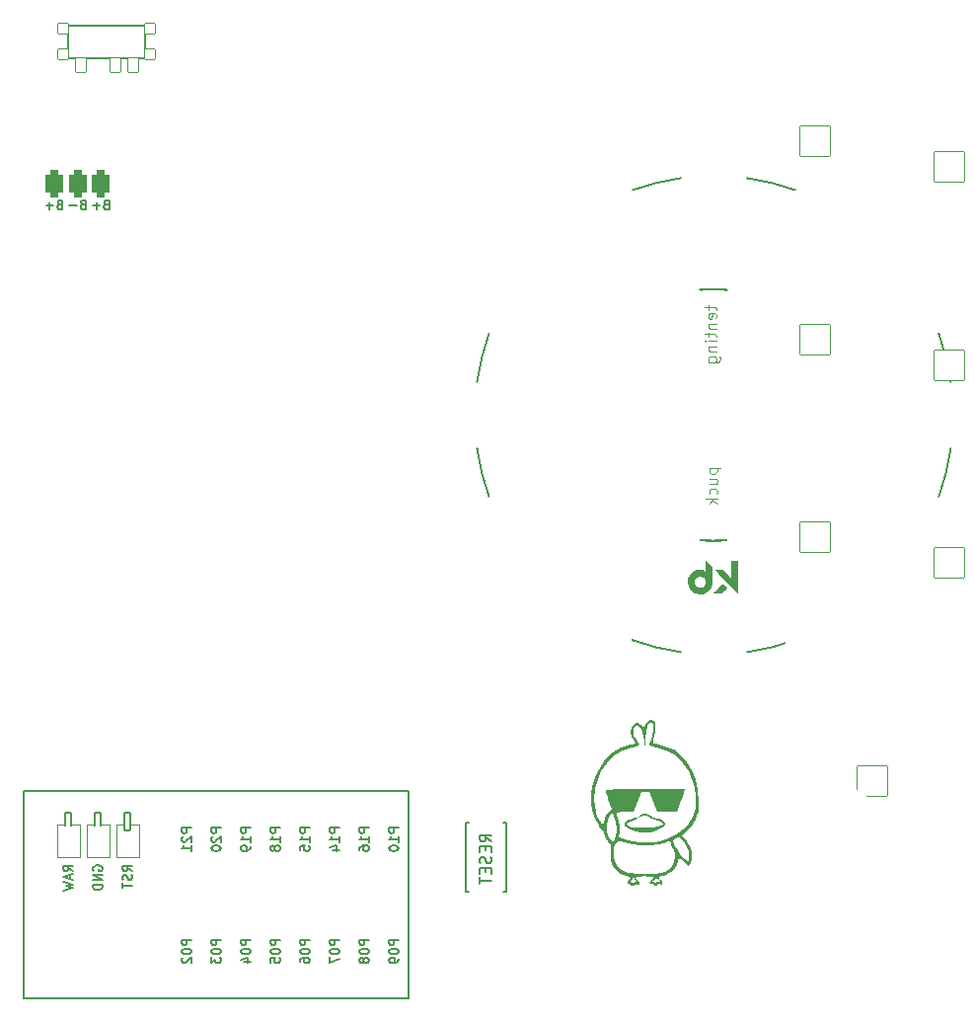
<source format=gbo>
%TF.GenerationSoftware,KiCad,Pcbnew,(6.0.4)*%
%TF.CreationDate,2022-07-08T06:12:20+02:00*%
%TF.ProjectId,battoota,62617474-6f6f-4746-912e-6b696361645f,v1.0.0*%
%TF.SameCoordinates,Original*%
%TF.FileFunction,Legend,Bot*%
%TF.FilePolarity,Positive*%
%FSLAX46Y46*%
G04 Gerber Fmt 4.6, Leading zero omitted, Abs format (unit mm)*
G04 Created by KiCad (PCBNEW (6.0.4)) date 2022-07-08 06:12:20*
%MOMM*%
%LPD*%
G01*
G04 APERTURE LIST*
G04 Aperture macros list*
%AMRoundRect*
0 Rectangle with rounded corners*
0 $1 Rounding radius*
0 $2 $3 $4 $5 $6 $7 $8 $9 X,Y pos of 4 corners*
0 Add a 4 corners polygon primitive as box body*
4,1,4,$2,$3,$4,$5,$6,$7,$8,$9,$2,$3,0*
0 Add four circle primitives for the rounded corners*
1,1,$1+$1,$2,$3*
1,1,$1+$1,$4,$5*
1,1,$1+$1,$6,$7*
1,1,$1+$1,$8,$9*
0 Add four rect primitives between the rounded corners*
20,1,$1+$1,$2,$3,$4,$5,0*
20,1,$1+$1,$4,$5,$6,$7,0*
20,1,$1+$1,$6,$7,$8,$9,0*
20,1,$1+$1,$8,$9,$2,$3,0*%
%AMFreePoly0*
4,1,16,0.535355,0.785355,0.541603,0.777735,1.041603,0.027735,1.049029,-0.009806,1.041603,-0.027735,0.541603,-0.777735,0.509806,-0.799029,0.500000,-0.800000,-0.500000,-0.800000,-0.535355,-0.785355,-0.550000,-0.750000,-0.550000,0.750000,-0.535355,0.785355,-0.500000,0.800000,0.500000,0.800000,0.535355,0.785355,0.535355,0.785355,$1*%
%AMFreePoly1*
4,1,16,0.535355,0.785355,0.550000,0.750000,0.550000,-0.750000,0.535355,-0.785355,0.500000,-0.800000,-0.650000,-0.800000,-0.685355,-0.785355,-0.700000,-0.750000,-0.691603,-0.722265,-0.210093,0.000000,-0.691603,0.722265,-0.699029,0.759806,-0.677735,0.791603,-0.650000,0.800000,0.500000,0.800000,0.535355,0.785355,0.535355,0.785355,$1*%
G04 Aperture macros list end*
%ADD10C,0.150000*%
%ADD11C,0.100000*%
%ADD12C,0.120000*%
%ADD13C,0.200000*%
%ADD14C,0.010000*%
%ADD15RoundRect,0.375000X-0.375000X-0.750000X0.375000X-0.750000X0.375000X0.750000X-0.375000X0.750000X0*%
%ADD16C,1.752600*%
%ADD17C,5.100000*%
%ADD18C,2.100000*%
%ADD19C,1.801800*%
%ADD20C,3.100000*%
%ADD21C,3.529000*%
%ADD22RoundRect,0.050000X-1.054507X-1.505993X1.505993X-1.054507X1.054507X1.505993X-1.505993X1.054507X0*%
%ADD23C,2.132000*%
%ADD24RoundRect,0.050000X-1.181751X-1.408356X1.408356X-1.181751X1.181751X1.408356X-1.408356X1.181751X0*%
%ADD25RoundRect,0.050000X-1.300000X-1.300000X1.300000X-1.300000X1.300000X1.300000X-1.300000X1.300000X0*%
%ADD26RoundRect,0.050000X-0.450000X-0.450000X0.450000X-0.450000X0.450000X0.450000X-0.450000X0.450000X0*%
%ADD27C,1.100000*%
%ADD28RoundRect,0.050000X-0.450000X-0.625000X0.450000X-0.625000X0.450000X0.625000X-0.450000X0.625000X0*%
%ADD29RoundRect,0.425000X-0.375000X-0.750000X0.375000X-0.750000X0.375000X0.750000X-0.375000X0.750000X0*%
%ADD30RoundRect,0.050000X-0.863113X-1.623279X1.623279X-0.863113X0.863113X1.623279X-1.623279X0.863113X0*%
%ADD31C,1.852600*%
%ADD32FreePoly0,90.000000*%
%ADD33RoundRect,0.050000X-0.250000X-0.762000X0.250000X-0.762000X0.250000X0.762000X-0.250000X0.762000X0*%
%ADD34FreePoly1,90.000000*%
%ADD35C,4.500000*%
G04 APERTURE END LIST*
D10*
%TO.C,B1*%
X84381171Y50956634D02*
X83904981Y51289968D01*
X84381171Y51528063D02*
X83381171Y51528063D01*
X83381171Y51147111D01*
X83428791Y51051873D01*
X83476410Y51004254D01*
X83571648Y50956634D01*
X83714505Y50956634D01*
X83809743Y51004254D01*
X83857362Y51051873D01*
X83904981Y51147111D01*
X83904981Y51528063D01*
X83857362Y50528063D02*
X83857362Y50194730D01*
X84381171Y50051873D02*
X84381171Y50528063D01*
X83381171Y50528063D01*
X83381171Y50051873D01*
X84333552Y49670920D02*
X84381171Y49528063D01*
X84381171Y49289968D01*
X84333552Y49194730D01*
X84285933Y49147111D01*
X84190695Y49099492D01*
X84095457Y49099492D01*
X84000219Y49147111D01*
X83952600Y49194730D01*
X83904981Y49289968D01*
X83857362Y49480444D01*
X83809743Y49575682D01*
X83762124Y49623301D01*
X83666886Y49670920D01*
X83571648Y49670920D01*
X83476410Y49623301D01*
X83428791Y49575682D01*
X83381171Y49480444D01*
X83381171Y49242349D01*
X83428791Y49099492D01*
X83857362Y48670920D02*
X83857362Y48337587D01*
X84381171Y48194730D02*
X84381171Y48670920D01*
X83381171Y48670920D01*
X83381171Y48194730D01*
X83381171Y47909015D02*
X83381171Y47337587D01*
X84381171Y47623301D02*
X83381171Y47623301D01*
%TO.C,PAD1*%
X51346886Y105598396D02*
X51232600Y105560301D01*
X51194505Y105522206D01*
X51156410Y105446015D01*
X51156410Y105331730D01*
X51194505Y105255539D01*
X51232600Y105217444D01*
X51308791Y105179349D01*
X51613552Y105179349D01*
X51613552Y105979349D01*
X51346886Y105979349D01*
X51270695Y105941254D01*
X51232600Y105903158D01*
X51194505Y105826968D01*
X51194505Y105750777D01*
X51232600Y105674587D01*
X51270695Y105636492D01*
X51346886Y105598396D01*
X51613552Y105598396D01*
X50813552Y105484111D02*
X50204029Y105484111D01*
X50508791Y105179349D02*
X50508791Y105788873D01*
X47346886Y105598396D02*
X47232600Y105560301D01*
X47194505Y105522206D01*
X47156410Y105446015D01*
X47156410Y105331730D01*
X47194505Y105255539D01*
X47232600Y105217444D01*
X47308791Y105179349D01*
X47613552Y105179349D01*
X47613552Y105979349D01*
X47346886Y105979349D01*
X47270695Y105941254D01*
X47232600Y105903158D01*
X47194505Y105826968D01*
X47194505Y105750777D01*
X47232600Y105674587D01*
X47270695Y105636492D01*
X47346886Y105598396D01*
X47613552Y105598396D01*
X46813552Y105484111D02*
X46204029Y105484111D01*
X46508791Y105179349D02*
X46508791Y105788873D01*
X49346886Y105598396D02*
X49232600Y105560301D01*
X49194505Y105522206D01*
X49156410Y105446015D01*
X49156410Y105331730D01*
X49194505Y105255539D01*
X49232600Y105217444D01*
X49308791Y105179349D01*
X49613552Y105179349D01*
X49613552Y105979349D01*
X49346886Y105979349D01*
X49270695Y105941254D01*
X49232600Y105903158D01*
X49194505Y105826968D01*
X49194505Y105750777D01*
X49232600Y105674587D01*
X49270695Y105636492D01*
X49346886Y105598396D01*
X49613552Y105598396D01*
X48813552Y105484111D02*
X48204029Y105484111D01*
%TO.C,MCU1*%
X68796695Y42552682D02*
X67996695Y42552682D01*
X67996695Y42247920D01*
X68034791Y42171730D01*
X68072886Y42133634D01*
X68149076Y42095539D01*
X68263362Y42095539D01*
X68339552Y42133634D01*
X68377648Y42171730D01*
X68415743Y42247920D01*
X68415743Y42552682D01*
X67996695Y41600301D02*
X67996695Y41524111D01*
X68034791Y41447920D01*
X68072886Y41409825D01*
X68149076Y41371730D01*
X68301457Y41333634D01*
X68491933Y41333634D01*
X68644314Y41371730D01*
X68720505Y41409825D01*
X68758600Y41447920D01*
X68796695Y41524111D01*
X68796695Y41600301D01*
X68758600Y41676492D01*
X68720505Y41714587D01*
X68644314Y41752682D01*
X68491933Y41790777D01*
X68301457Y41790777D01*
X68149076Y41752682D01*
X68072886Y41714587D01*
X68034791Y41676492D01*
X67996695Y41600301D01*
X67996695Y40647920D02*
X67996695Y40800301D01*
X68034791Y40876492D01*
X68072886Y40914587D01*
X68187171Y40990777D01*
X68339552Y41028873D01*
X68644314Y41028873D01*
X68720505Y40990777D01*
X68758600Y40952682D01*
X68796695Y40876492D01*
X68796695Y40724111D01*
X68758600Y40647920D01*
X68720505Y40609825D01*
X68644314Y40571730D01*
X68453838Y40571730D01*
X68377648Y40609825D01*
X68339552Y40647920D01*
X68301457Y40724111D01*
X68301457Y40876492D01*
X68339552Y40952682D01*
X68377648Y40990777D01*
X68453838Y41028873D01*
X68796695Y52152682D02*
X67996695Y52152682D01*
X67996695Y51847920D01*
X68034791Y51771730D01*
X68072886Y51733634D01*
X68149076Y51695539D01*
X68263362Y51695539D01*
X68339552Y51733634D01*
X68377648Y51771730D01*
X68415743Y51847920D01*
X68415743Y52152682D01*
X68796695Y50933634D02*
X68796695Y51390777D01*
X68796695Y51162206D02*
X67996695Y51162206D01*
X68110981Y51238396D01*
X68187171Y51314587D01*
X68225267Y51390777D01*
X67996695Y50209825D02*
X67996695Y50590777D01*
X68377648Y50628873D01*
X68339552Y50590777D01*
X68301457Y50514587D01*
X68301457Y50324111D01*
X68339552Y50247920D01*
X68377648Y50209825D01*
X68453838Y50171730D01*
X68644314Y50171730D01*
X68720505Y50209825D01*
X68758600Y50247920D01*
X68796695Y50324111D01*
X68796695Y50514587D01*
X68758600Y50590777D01*
X68720505Y50628873D01*
X66256695Y42552682D02*
X65456695Y42552682D01*
X65456695Y42247920D01*
X65494791Y42171730D01*
X65532886Y42133634D01*
X65609076Y42095539D01*
X65723362Y42095539D01*
X65799552Y42133634D01*
X65837648Y42171730D01*
X65875743Y42247920D01*
X65875743Y42552682D01*
X65456695Y41600301D02*
X65456695Y41524111D01*
X65494791Y41447920D01*
X65532886Y41409825D01*
X65609076Y41371730D01*
X65761457Y41333634D01*
X65951933Y41333634D01*
X66104314Y41371730D01*
X66180505Y41409825D01*
X66218600Y41447920D01*
X66256695Y41524111D01*
X66256695Y41600301D01*
X66218600Y41676492D01*
X66180505Y41714587D01*
X66104314Y41752682D01*
X65951933Y41790777D01*
X65761457Y41790777D01*
X65609076Y41752682D01*
X65532886Y41714587D01*
X65494791Y41676492D01*
X65456695Y41600301D01*
X65456695Y40609825D02*
X65456695Y40990777D01*
X65837648Y41028873D01*
X65799552Y40990777D01*
X65761457Y40914587D01*
X65761457Y40724111D01*
X65799552Y40647920D01*
X65837648Y40609825D01*
X65913838Y40571730D01*
X66104314Y40571730D01*
X66180505Y40609825D01*
X66218600Y40647920D01*
X66256695Y40724111D01*
X66256695Y40914587D01*
X66218600Y40990777D01*
X66180505Y41028873D01*
X63716695Y42552682D02*
X62916695Y42552682D01*
X62916695Y42247920D01*
X62954791Y42171730D01*
X62992886Y42133634D01*
X63069076Y42095539D01*
X63183362Y42095539D01*
X63259552Y42133634D01*
X63297648Y42171730D01*
X63335743Y42247920D01*
X63335743Y42552682D01*
X62916695Y41600301D02*
X62916695Y41524111D01*
X62954791Y41447920D01*
X62992886Y41409825D01*
X63069076Y41371730D01*
X63221457Y41333634D01*
X63411933Y41333634D01*
X63564314Y41371730D01*
X63640505Y41409825D01*
X63678600Y41447920D01*
X63716695Y41524111D01*
X63716695Y41600301D01*
X63678600Y41676492D01*
X63640505Y41714587D01*
X63564314Y41752682D01*
X63411933Y41790777D01*
X63221457Y41790777D01*
X63069076Y41752682D01*
X62992886Y41714587D01*
X62954791Y41676492D01*
X62916695Y41600301D01*
X63183362Y40647920D02*
X63716695Y40647920D01*
X62878600Y40838396D02*
X63450029Y41028873D01*
X63450029Y40533634D01*
X50254791Y48490014D02*
X50216695Y48566205D01*
X50216695Y48680491D01*
X50254791Y48794776D01*
X50330981Y48870967D01*
X50407171Y48909062D01*
X50559552Y48947157D01*
X50673838Y48947157D01*
X50826219Y48909062D01*
X50902410Y48870967D01*
X50978600Y48794776D01*
X51016695Y48680491D01*
X51016695Y48604300D01*
X50978600Y48490014D01*
X50940505Y48451919D01*
X50673838Y48451919D01*
X50673838Y48604300D01*
X51016695Y48109062D02*
X50216695Y48109062D01*
X51016695Y47651919D01*
X50216695Y47651919D01*
X51016695Y47270967D02*
X50216695Y47270967D01*
X50216695Y47080491D01*
X50254791Y46966205D01*
X50330981Y46890014D01*
X50407171Y46851919D01*
X50559552Y46813824D01*
X50673838Y46813824D01*
X50826219Y46851919D01*
X50902410Y46890014D01*
X50978600Y46966205D01*
X51016695Y47080491D01*
X51016695Y47270967D01*
X63716695Y52152682D02*
X62916695Y52152682D01*
X62916695Y51847920D01*
X62954791Y51771730D01*
X62992886Y51733634D01*
X63069076Y51695539D01*
X63183362Y51695539D01*
X63259552Y51733634D01*
X63297648Y51771730D01*
X63335743Y51847920D01*
X63335743Y52152682D01*
X63716695Y50933634D02*
X63716695Y51390777D01*
X63716695Y51162206D02*
X62916695Y51162206D01*
X63030981Y51238396D01*
X63107171Y51314587D01*
X63145267Y51390777D01*
X63716695Y50552682D02*
X63716695Y50400301D01*
X63678600Y50324111D01*
X63640505Y50286015D01*
X63526219Y50209825D01*
X63373838Y50171730D01*
X63069076Y50171730D01*
X62992886Y50209825D01*
X62954791Y50247920D01*
X62916695Y50324111D01*
X62916695Y50476492D01*
X62954791Y50552682D01*
X62992886Y50590777D01*
X63069076Y50628873D01*
X63259552Y50628873D01*
X63335743Y50590777D01*
X63373838Y50552682D01*
X63411933Y50476492D01*
X63411933Y50324111D01*
X63373838Y50247920D01*
X63335743Y50209825D01*
X63259552Y50171730D01*
X71336695Y42552682D02*
X70536695Y42552682D01*
X70536695Y42247920D01*
X70574791Y42171730D01*
X70612886Y42133634D01*
X70689076Y42095539D01*
X70803362Y42095539D01*
X70879552Y42133634D01*
X70917648Y42171730D01*
X70955743Y42247920D01*
X70955743Y42552682D01*
X70536695Y41600301D02*
X70536695Y41524111D01*
X70574791Y41447920D01*
X70612886Y41409825D01*
X70689076Y41371730D01*
X70841457Y41333634D01*
X71031933Y41333634D01*
X71184314Y41371730D01*
X71260505Y41409825D01*
X71298600Y41447920D01*
X71336695Y41524111D01*
X71336695Y41600301D01*
X71298600Y41676492D01*
X71260505Y41714587D01*
X71184314Y41752682D01*
X71031933Y41790777D01*
X70841457Y41790777D01*
X70689076Y41752682D01*
X70612886Y41714587D01*
X70574791Y41676492D01*
X70536695Y41600301D01*
X70536695Y41066968D02*
X70536695Y40533634D01*
X71336695Y40876492D01*
X61176695Y42552682D02*
X60376695Y42552682D01*
X60376695Y42247920D01*
X60414791Y42171730D01*
X60452886Y42133634D01*
X60529076Y42095539D01*
X60643362Y42095539D01*
X60719552Y42133634D01*
X60757648Y42171730D01*
X60795743Y42247920D01*
X60795743Y42552682D01*
X60376695Y41600301D02*
X60376695Y41524111D01*
X60414791Y41447920D01*
X60452886Y41409825D01*
X60529076Y41371730D01*
X60681457Y41333634D01*
X60871933Y41333634D01*
X61024314Y41371730D01*
X61100505Y41409825D01*
X61138600Y41447920D01*
X61176695Y41524111D01*
X61176695Y41600301D01*
X61138600Y41676492D01*
X61100505Y41714587D01*
X61024314Y41752682D01*
X60871933Y41790777D01*
X60681457Y41790777D01*
X60529076Y41752682D01*
X60452886Y41714587D01*
X60414791Y41676492D01*
X60376695Y41600301D01*
X60376695Y41066968D02*
X60376695Y40571730D01*
X60681457Y40838396D01*
X60681457Y40724111D01*
X60719552Y40647920D01*
X60757648Y40609825D01*
X60833838Y40571730D01*
X61024314Y40571730D01*
X61100505Y40609825D01*
X61138600Y40647920D01*
X61176695Y40724111D01*
X61176695Y40952682D01*
X61138600Y41028873D01*
X61100505Y41066968D01*
X76416695Y52152682D02*
X75616695Y52152682D01*
X75616695Y51847920D01*
X75654791Y51771730D01*
X75692886Y51733634D01*
X75769076Y51695539D01*
X75883362Y51695539D01*
X75959552Y51733634D01*
X75997648Y51771730D01*
X76035743Y51847920D01*
X76035743Y52152682D01*
X76416695Y50933634D02*
X76416695Y51390777D01*
X76416695Y51162206D02*
X75616695Y51162206D01*
X75730981Y51238396D01*
X75807171Y51314587D01*
X75845267Y51390777D01*
X75616695Y50438396D02*
X75616695Y50362206D01*
X75654791Y50286015D01*
X75692886Y50247920D01*
X75769076Y50209825D01*
X75921457Y50171730D01*
X76111933Y50171730D01*
X76264314Y50209825D01*
X76340505Y50247920D01*
X76378600Y50286015D01*
X76416695Y50362206D01*
X76416695Y50438396D01*
X76378600Y50514587D01*
X76340505Y50552682D01*
X76264314Y50590777D01*
X76111933Y50628873D01*
X75921457Y50628873D01*
X75769076Y50590777D01*
X75692886Y50552682D01*
X75654791Y50514587D01*
X75616695Y50438396D01*
X66256695Y52152682D02*
X65456695Y52152682D01*
X65456695Y51847920D01*
X65494791Y51771730D01*
X65532886Y51733634D01*
X65609076Y51695539D01*
X65723362Y51695539D01*
X65799552Y51733634D01*
X65837648Y51771730D01*
X65875743Y51847920D01*
X65875743Y52152682D01*
X66256695Y50933634D02*
X66256695Y51390777D01*
X66256695Y51162206D02*
X65456695Y51162206D01*
X65570981Y51238396D01*
X65647171Y51314587D01*
X65685267Y51390777D01*
X65799552Y50476492D02*
X65761457Y50552682D01*
X65723362Y50590777D01*
X65647171Y50628873D01*
X65609076Y50628873D01*
X65532886Y50590777D01*
X65494791Y50552682D01*
X65456695Y50476492D01*
X65456695Y50324111D01*
X65494791Y50247920D01*
X65532886Y50209825D01*
X65609076Y50171730D01*
X65647171Y50171730D01*
X65723362Y50209825D01*
X65761457Y50247920D01*
X65799552Y50324111D01*
X65799552Y50476492D01*
X65837648Y50552682D01*
X65875743Y50590777D01*
X65951933Y50628873D01*
X66104314Y50628873D01*
X66180505Y50590777D01*
X66218600Y50552682D01*
X66256695Y50476492D01*
X66256695Y50324111D01*
X66218600Y50247920D01*
X66180505Y50209825D01*
X66104314Y50171730D01*
X65951933Y50171730D01*
X65875743Y50209825D01*
X65837648Y50247920D01*
X65799552Y50324111D01*
X58636695Y42552682D02*
X57836695Y42552682D01*
X57836695Y42247920D01*
X57874791Y42171730D01*
X57912886Y42133634D01*
X57989076Y42095539D01*
X58103362Y42095539D01*
X58179552Y42133634D01*
X58217648Y42171730D01*
X58255743Y42247920D01*
X58255743Y42552682D01*
X57836695Y41600301D02*
X57836695Y41524111D01*
X57874791Y41447920D01*
X57912886Y41409825D01*
X57989076Y41371730D01*
X58141457Y41333634D01*
X58331933Y41333634D01*
X58484314Y41371730D01*
X58560505Y41409825D01*
X58598600Y41447920D01*
X58636695Y41524111D01*
X58636695Y41600301D01*
X58598600Y41676492D01*
X58560505Y41714587D01*
X58484314Y41752682D01*
X58331933Y41790777D01*
X58141457Y41790777D01*
X57989076Y41752682D01*
X57912886Y41714587D01*
X57874791Y41676492D01*
X57836695Y41600301D01*
X57912886Y41028873D02*
X57874791Y40990777D01*
X57836695Y40914587D01*
X57836695Y40724111D01*
X57874791Y40647920D01*
X57912886Y40609825D01*
X57989076Y40571730D01*
X58065267Y40571730D01*
X58179552Y40609825D01*
X58636695Y41066968D01*
X58636695Y40571730D01*
X48476695Y48432871D02*
X48095743Y48699538D01*
X48476695Y48890014D02*
X47676695Y48890014D01*
X47676695Y48585252D01*
X47714791Y48509062D01*
X47752886Y48470967D01*
X47829076Y48432871D01*
X47943362Y48432871D01*
X48019552Y48470967D01*
X48057648Y48509062D01*
X48095743Y48585252D01*
X48095743Y48890014D01*
X48248124Y48128110D02*
X48248124Y47747157D01*
X48476695Y48204300D02*
X47676695Y47937633D01*
X48476695Y47670967D01*
X47676695Y47480491D02*
X48476695Y47290014D01*
X47905267Y47137633D01*
X48476695Y46985252D01*
X47676695Y46794776D01*
X73876695Y52152682D02*
X73076695Y52152682D01*
X73076695Y51847920D01*
X73114791Y51771730D01*
X73152886Y51733634D01*
X73229076Y51695539D01*
X73343362Y51695539D01*
X73419552Y51733634D01*
X73457648Y51771730D01*
X73495743Y51847920D01*
X73495743Y52152682D01*
X73876695Y50933634D02*
X73876695Y51390777D01*
X73876695Y51162206D02*
X73076695Y51162206D01*
X73190981Y51238396D01*
X73267171Y51314587D01*
X73305267Y51390777D01*
X73076695Y50247920D02*
X73076695Y50400301D01*
X73114791Y50476492D01*
X73152886Y50514587D01*
X73267171Y50590777D01*
X73419552Y50628873D01*
X73724314Y50628873D01*
X73800505Y50590777D01*
X73838600Y50552682D01*
X73876695Y50476492D01*
X73876695Y50324111D01*
X73838600Y50247920D01*
X73800505Y50209825D01*
X73724314Y50171730D01*
X73533838Y50171730D01*
X73457648Y50209825D01*
X73419552Y50247920D01*
X73381457Y50324111D01*
X73381457Y50476492D01*
X73419552Y50552682D01*
X73457648Y50590777D01*
X73533838Y50628873D01*
X76416695Y42552682D02*
X75616695Y42552682D01*
X75616695Y42247920D01*
X75654791Y42171730D01*
X75692886Y42133634D01*
X75769076Y42095539D01*
X75883362Y42095539D01*
X75959552Y42133634D01*
X75997648Y42171730D01*
X76035743Y42247920D01*
X76035743Y42552682D01*
X75616695Y41600301D02*
X75616695Y41524111D01*
X75654791Y41447920D01*
X75692886Y41409825D01*
X75769076Y41371730D01*
X75921457Y41333634D01*
X76111933Y41333634D01*
X76264314Y41371730D01*
X76340505Y41409825D01*
X76378600Y41447920D01*
X76416695Y41524111D01*
X76416695Y41600301D01*
X76378600Y41676492D01*
X76340505Y41714587D01*
X76264314Y41752682D01*
X76111933Y41790777D01*
X75921457Y41790777D01*
X75769076Y41752682D01*
X75692886Y41714587D01*
X75654791Y41676492D01*
X75616695Y41600301D01*
X76416695Y40952682D02*
X76416695Y40800301D01*
X76378600Y40724111D01*
X76340505Y40686015D01*
X76226219Y40609825D01*
X76073838Y40571730D01*
X75769076Y40571730D01*
X75692886Y40609825D01*
X75654791Y40647920D01*
X75616695Y40724111D01*
X75616695Y40876492D01*
X75654791Y40952682D01*
X75692886Y40990777D01*
X75769076Y41028873D01*
X75959552Y41028873D01*
X76035743Y40990777D01*
X76073838Y40952682D01*
X76111933Y40876492D01*
X76111933Y40724111D01*
X76073838Y40647920D01*
X76035743Y40609825D01*
X75959552Y40571730D01*
X53556695Y48432872D02*
X53175743Y48699538D01*
X53556695Y48890015D02*
X52756695Y48890015D01*
X52756695Y48585253D01*
X52794791Y48509062D01*
X52832886Y48470967D01*
X52909076Y48432872D01*
X53023362Y48432872D01*
X53099552Y48470967D01*
X53137648Y48509062D01*
X53175743Y48585253D01*
X53175743Y48890015D01*
X53518600Y48128110D02*
X53556695Y48013824D01*
X53556695Y47823348D01*
X53518600Y47747157D01*
X53480505Y47709062D01*
X53404314Y47670967D01*
X53328124Y47670967D01*
X53251933Y47709062D01*
X53213838Y47747157D01*
X53175743Y47823348D01*
X53137648Y47975729D01*
X53099552Y48051919D01*
X53061457Y48090015D01*
X52985267Y48128110D01*
X52909076Y48128110D01*
X52832886Y48090015D01*
X52794791Y48051919D01*
X52756695Y47975729D01*
X52756695Y47785253D01*
X52794791Y47670967D01*
X52756695Y47442396D02*
X52756695Y46985253D01*
X53556695Y47213824D02*
X52756695Y47213824D01*
X61176695Y52152682D02*
X60376695Y52152682D01*
X60376695Y51847920D01*
X60414791Y51771730D01*
X60452886Y51733634D01*
X60529076Y51695539D01*
X60643362Y51695539D01*
X60719552Y51733634D01*
X60757648Y51771730D01*
X60795743Y51847920D01*
X60795743Y52152682D01*
X60452886Y51390777D02*
X60414791Y51352682D01*
X60376695Y51276492D01*
X60376695Y51086015D01*
X60414791Y51009825D01*
X60452886Y50971730D01*
X60529076Y50933634D01*
X60605267Y50933634D01*
X60719552Y50971730D01*
X61176695Y51428873D01*
X61176695Y50933634D01*
X60376695Y50438396D02*
X60376695Y50362206D01*
X60414791Y50286015D01*
X60452886Y50247920D01*
X60529076Y50209825D01*
X60681457Y50171730D01*
X60871933Y50171730D01*
X61024314Y50209825D01*
X61100505Y50247920D01*
X61138600Y50286015D01*
X61176695Y50362206D01*
X61176695Y50438396D01*
X61138600Y50514587D01*
X61100505Y50552682D01*
X61024314Y50590777D01*
X60871933Y50628873D01*
X60681457Y50628873D01*
X60529076Y50590777D01*
X60452886Y50552682D01*
X60414791Y50514587D01*
X60376695Y50438396D01*
X71336695Y52152682D02*
X70536695Y52152682D01*
X70536695Y51847920D01*
X70574791Y51771730D01*
X70612886Y51733634D01*
X70689076Y51695539D01*
X70803362Y51695539D01*
X70879552Y51733634D01*
X70917648Y51771730D01*
X70955743Y51847920D01*
X70955743Y52152682D01*
X71336695Y50933634D02*
X71336695Y51390777D01*
X71336695Y51162206D02*
X70536695Y51162206D01*
X70650981Y51238396D01*
X70727171Y51314587D01*
X70765267Y51390777D01*
X70803362Y50247920D02*
X71336695Y50247920D01*
X70498600Y50438396D02*
X71070029Y50628873D01*
X71070029Y50133634D01*
X58636695Y52152682D02*
X57836695Y52152682D01*
X57836695Y51847920D01*
X57874791Y51771730D01*
X57912886Y51733634D01*
X57989076Y51695539D01*
X58103362Y51695539D01*
X58179552Y51733634D01*
X58217648Y51771730D01*
X58255743Y51847920D01*
X58255743Y52152682D01*
X57912886Y51390777D02*
X57874791Y51352682D01*
X57836695Y51276492D01*
X57836695Y51086015D01*
X57874791Y51009825D01*
X57912886Y50971730D01*
X57989076Y50933634D01*
X58065267Y50933634D01*
X58179552Y50971730D01*
X58636695Y51428873D01*
X58636695Y50933634D01*
X58636695Y50171730D02*
X58636695Y50628873D01*
X58636695Y50400301D02*
X57836695Y50400301D01*
X57950981Y50476492D01*
X58027171Y50552682D01*
X58065267Y50628873D01*
X73876695Y42552682D02*
X73076695Y42552682D01*
X73076695Y42247920D01*
X73114791Y42171730D01*
X73152886Y42133634D01*
X73229076Y42095539D01*
X73343362Y42095539D01*
X73419552Y42133634D01*
X73457648Y42171730D01*
X73495743Y42247920D01*
X73495743Y42552682D01*
X73076695Y41600301D02*
X73076695Y41524111D01*
X73114791Y41447920D01*
X73152886Y41409825D01*
X73229076Y41371730D01*
X73381457Y41333634D01*
X73571933Y41333634D01*
X73724314Y41371730D01*
X73800505Y41409825D01*
X73838600Y41447920D01*
X73876695Y41524111D01*
X73876695Y41600301D01*
X73838600Y41676492D01*
X73800505Y41714587D01*
X73724314Y41752682D01*
X73571933Y41790777D01*
X73381457Y41790777D01*
X73229076Y41752682D01*
X73152886Y41714587D01*
X73114791Y41676492D01*
X73076695Y41600301D01*
X73419552Y40876492D02*
X73381457Y40952682D01*
X73343362Y40990777D01*
X73267171Y41028873D01*
X73229076Y41028873D01*
X73152886Y40990777D01*
X73114791Y40952682D01*
X73076695Y40876492D01*
X73076695Y40724111D01*
X73114791Y40647920D01*
X73152886Y40609825D01*
X73229076Y40571730D01*
X73267171Y40571730D01*
X73343362Y40609825D01*
X73381457Y40647920D01*
X73419552Y40724111D01*
X73419552Y40876492D01*
X73457648Y40952682D01*
X73495743Y40990777D01*
X73571933Y41028873D01*
X73724314Y41028873D01*
X73800505Y40990777D01*
X73838600Y40952682D01*
X73876695Y40876492D01*
X73876695Y40724111D01*
X73838600Y40647920D01*
X73800505Y40609825D01*
X73724314Y40571730D01*
X73571933Y40571730D01*
X73495743Y40609825D01*
X73457648Y40647920D01*
X73419552Y40724111D01*
D11*
%TO.C,REF\u002A\u002A*%
X103018505Y96950754D02*
X103018505Y96569801D01*
X102685171Y96807896D02*
X103542314Y96807896D01*
X103637552Y96760277D01*
X103685171Y96665039D01*
X103685171Y96569801D01*
X103637552Y95855515D02*
X103685171Y95950754D01*
X103685171Y96141230D01*
X103637552Y96236468D01*
X103542314Y96284087D01*
X103161362Y96284087D01*
X103066124Y96236468D01*
X103018505Y96141230D01*
X103018505Y95950754D01*
X103066124Y95855515D01*
X103161362Y95807896D01*
X103256600Y95807896D01*
X103351838Y96284087D01*
X103018505Y95379325D02*
X103685171Y95379325D01*
X103113743Y95379325D02*
X103066124Y95331706D01*
X103018505Y95236468D01*
X103018505Y95093611D01*
X103066124Y94998373D01*
X103161362Y94950754D01*
X103685171Y94950754D01*
X103018505Y94617420D02*
X103018505Y94236468D01*
X102685171Y94474563D02*
X103542314Y94474563D01*
X103637552Y94426944D01*
X103685171Y94331706D01*
X103685171Y94236468D01*
X103685171Y93903134D02*
X103018505Y93903134D01*
X102685171Y93903134D02*
X102732791Y93950754D01*
X102780410Y93903134D01*
X102732791Y93855515D01*
X102685171Y93903134D01*
X102780410Y93903134D01*
X103018505Y93426944D02*
X103685171Y93426944D01*
X103113743Y93426944D02*
X103066124Y93379325D01*
X103018505Y93284087D01*
X103018505Y93141230D01*
X103066124Y93045992D01*
X103161362Y92998373D01*
X103685171Y92998373D01*
X103018505Y92093611D02*
X103828029Y92093611D01*
X103923267Y92141230D01*
X103970886Y92188849D01*
X104018505Y92284087D01*
X104018505Y92426944D01*
X103970886Y92522182D01*
X103637552Y92093611D02*
X103685171Y92188849D01*
X103685171Y92379325D01*
X103637552Y92474563D01*
X103589933Y92522182D01*
X103494695Y92569801D01*
X103208981Y92569801D01*
X103113743Y92522182D01*
X103066124Y92474563D01*
X103018505Y92379325D01*
X103018505Y92188849D01*
X103066124Y92093611D01*
X103082005Y82996754D02*
X104082005Y82996754D01*
X103129624Y82996754D02*
X103082005Y82901515D01*
X103082005Y82711039D01*
X103129624Y82615801D01*
X103177243Y82568182D01*
X103272481Y82520563D01*
X103558195Y82520563D01*
X103653433Y82568182D01*
X103701052Y82615801D01*
X103748671Y82711039D01*
X103748671Y82901515D01*
X103701052Y82996754D01*
X103082005Y81663420D02*
X103748671Y81663420D01*
X103082005Y82091992D02*
X103605814Y82091992D01*
X103701052Y82044373D01*
X103748671Y81949134D01*
X103748671Y81806277D01*
X103701052Y81711039D01*
X103653433Y81663420D01*
X103701052Y80758658D02*
X103748671Y80853896D01*
X103748671Y81044373D01*
X103701052Y81139611D01*
X103653433Y81187230D01*
X103558195Y81234849D01*
X103272481Y81234849D01*
X103177243Y81187230D01*
X103129624Y81139611D01*
X103082005Y81044373D01*
X103082005Y80853896D01*
X103129624Y80758658D01*
X103748671Y80330087D02*
X102748671Y80330087D01*
X103367719Y80234849D02*
X103748671Y79949134D01*
X103082005Y79949134D02*
X103462957Y80330087D01*
D10*
%TO.C,B1*%
X82428791Y46631254D02*
X82178791Y46631254D01*
X85678791Y52631254D02*
X85678791Y46631254D01*
X85428791Y52631254D02*
X85678791Y52631254D01*
X85678791Y46631254D02*
X85428791Y46631254D01*
X82178791Y46631254D02*
X82178791Y52631254D01*
X82178791Y52631254D02*
X82428791Y52631254D01*
%TO.C,T2*%
X53339406Y120958838D02*
X49439406Y120958838D01*
X54689406Y118108838D02*
X54689406Y120958838D01*
X48089406Y120958838D02*
X48089406Y118108838D01*
X48089406Y118108838D02*
X54689406Y118108838D01*
X51389406Y120958838D02*
X48089406Y120958838D01*
X51389406Y120958838D02*
X54689406Y120958838D01*
D12*
%TO.C,MCU1*%
X49114791Y52419777D02*
X48434791Y52419777D01*
X51654791Y49619777D02*
X51654791Y52419777D01*
X50334791Y52419777D02*
X49654791Y52419777D01*
D10*
X77324791Y37491254D02*
X44304791Y37491254D01*
D12*
X49114791Y49619777D02*
X49114791Y52419777D01*
D10*
X44304791Y55271254D02*
X77324791Y55271254D01*
D12*
X47784791Y52419777D02*
X47114791Y52419777D01*
X52859791Y52419777D02*
X52194791Y52419777D01*
D10*
X77324791Y55271254D02*
X77324791Y37491254D01*
D12*
X47114791Y49619777D02*
X49114791Y49619777D01*
X54194791Y49619777D02*
X54194791Y52419777D01*
X54194791Y52419777D02*
X53509791Y52419777D01*
X51654791Y52419777D02*
X50984791Y52419777D01*
X52194791Y49619777D02*
X54194791Y49619777D01*
X47114791Y52419777D02*
X47114791Y49619777D01*
D10*
X44304791Y37491254D02*
X44304791Y55271254D01*
D12*
X52194791Y52419777D02*
X52194791Y49619777D01*
X49654791Y52419777D02*
X49654791Y49619777D01*
X49654791Y49619777D02*
X51654791Y49619777D01*
D13*
%TO.C,REF\u002A\u002A*%
X103486791Y76734253D02*
G75*
G03*
X104615176Y76793390I0J10794901D01*
G01*
X103405255Y98351195D02*
G75*
G03*
X102276870Y98292059I-6J-10794921D01*
G01*
X84200656Y94537298D02*
G75*
G03*
X83166791Y90386754I19286255J-7008074D01*
G01*
X104615176Y98265117D02*
G75*
G03*
X103486791Y98324254I-1128385J-10735763D01*
G01*
X102358406Y76793390D02*
G75*
G03*
X103486791Y76734254I1128379J10735785D01*
G01*
X110494840Y106815387D02*
G75*
G03*
X106344291Y107849254I-7008049J-19286133D01*
G01*
X122772925Y80521206D02*
G75*
G03*
X123806791Y84671754I-19286134J7008048D01*
G01*
X104533640Y98292059D02*
G75*
G03*
X103405255Y98351195I-1128379J-10735785D01*
G01*
X96478746Y68243119D02*
G75*
G03*
X100629291Y67209254I7008045J19286135D01*
G01*
X106344291Y67209254D02*
G75*
G03*
X110494836Y68243119I-2857506J20320019D01*
G01*
X83166790Y84671754D02*
G75*
G03*
X84200656Y80521208I20320001J2857500D01*
G01*
X100629291Y107849255D02*
G75*
G03*
X96478745Y106815389I2857500J-20320001D01*
G01*
X103405255Y76761195D02*
G75*
G03*
X104533640Y76820331I6J10794921D01*
G01*
X102276870Y76820331D02*
G75*
G03*
X103405255Y76761195I1128379J10735785D01*
G01*
X123806791Y90386754D02*
G75*
G03*
X122772925Y94537302I-20320000J-2857500D01*
G01*
X103486791Y98324254D02*
G75*
G03*
X102358406Y98265118I-6J-10794921D01*
G01*
G36*
X105486207Y72329839D02*
G01*
X105395363Y72422115D01*
X105381582Y72436111D01*
X105349721Y72468464D01*
X105303774Y72515118D01*
X105244958Y72574836D01*
X105174491Y72646381D01*
X105093592Y72728518D01*
X105003477Y72820011D01*
X104905365Y72919622D01*
X104800473Y73026115D01*
X104690019Y73138255D01*
X104575220Y73254804D01*
X104457295Y73374527D01*
X103610071Y74234664D01*
X103898439Y74237757D01*
X104186807Y74240851D01*
X104989753Y73438151D01*
X104989753Y75071709D01*
X105486207Y75071709D01*
X105486207Y72329839D01*
G37*
D14*
X105486207Y72329839D02*
X105395363Y72422115D01*
X105381582Y72436111D01*
X105349721Y72468464D01*
X105303774Y72515118D01*
X105244958Y72574836D01*
X105174491Y72646381D01*
X105093592Y72728518D01*
X105003477Y72820011D01*
X104905365Y72919622D01*
X104800473Y73026115D01*
X104690019Y73138255D01*
X104575220Y73254804D01*
X104457295Y73374527D01*
X103610071Y74234664D01*
X103898439Y74237757D01*
X104186807Y74240851D01*
X104989753Y73438151D01*
X104989753Y75071709D01*
X105486207Y75071709D01*
X105486207Y72329839D01*
G36*
X103282972Y73125831D02*
G01*
X103280359Y73097436D01*
X103271490Y73050986D01*
X103233937Y72923826D01*
X103178771Y72797963D01*
X103109079Y72679781D01*
X103027948Y72575661D01*
X103019554Y72566495D01*
X102911242Y72466169D01*
X102788822Y72382172D01*
X102655649Y72316193D01*
X102515081Y72269918D01*
X102370473Y72245037D01*
X102270227Y72240554D01*
X102121806Y72251953D01*
X101978387Y72284206D01*
X101842151Y72336229D01*
X101715276Y72406943D01*
X101599943Y72495265D01*
X101498330Y72600114D01*
X101412618Y72720407D01*
X101355363Y72827326D01*
X101302218Y72966562D01*
X101270862Y73111126D01*
X101264358Y73207490D01*
X101759597Y73207490D01*
X101759879Y73202200D01*
X101764197Y73146897D01*
X101771554Y73104605D01*
X101784199Y73065997D01*
X101804380Y73021751D01*
X101825868Y72983424D01*
X101867353Y72924630D01*
X101915410Y72869174D01*
X101964733Y72822980D01*
X102010019Y72791976D01*
X102026186Y72784200D01*
X102067091Y72766840D01*
X102110088Y72750754D01*
X102182915Y72731466D01*
X102286616Y72722945D01*
X102388157Y72735739D01*
X102484943Y72768871D01*
X102574375Y72821364D01*
X102653856Y72892241D01*
X102720790Y72980524D01*
X102749444Y73034669D01*
X102779876Y73128688D01*
X102790448Y73226237D01*
X102782142Y73324185D01*
X102755940Y73419398D01*
X102712827Y73508745D01*
X102653784Y73589091D01*
X102579794Y73657305D01*
X102491842Y73710254D01*
X102477839Y73716540D01*
X102379493Y73747165D01*
X102278141Y73757347D01*
X102177237Y73748027D01*
X102080238Y73720149D01*
X101990602Y73674653D01*
X101911785Y73612483D01*
X101847243Y73534579D01*
X101829473Y73506050D01*
X101785821Y73412627D01*
X101762965Y73314735D01*
X101759597Y73207490D01*
X101264358Y73207490D01*
X101260571Y73263604D01*
X101264132Y73353274D01*
X101286813Y73503553D01*
X101329565Y73645522D01*
X101391375Y73777507D01*
X101471233Y73897832D01*
X101568127Y74004821D01*
X101681047Y74096801D01*
X101808980Y74172094D01*
X101878831Y74204733D01*
X101953969Y74233950D01*
X102025621Y74253442D01*
X102102104Y74265379D01*
X102191739Y74271931D01*
X102209551Y74272599D01*
X102348752Y74266161D01*
X102479135Y74238485D01*
X102601351Y74189381D01*
X102716048Y74118659D01*
X102740182Y74101457D01*
X102765028Y74085114D01*
X102777459Y74078800D01*
X102778367Y74082830D01*
X102779816Y74106637D01*
X102781143Y74149760D01*
X102782312Y74209835D01*
X102783288Y74284497D01*
X102784038Y74371383D01*
X102784527Y74468128D01*
X102784719Y74572368D01*
X102784867Y75065936D01*
X103292571Y74555910D01*
X103292484Y73864196D01*
X103292481Y73852460D01*
X103292220Y73701986D01*
X103291556Y73564714D01*
X103290512Y73442058D01*
X103289109Y73335429D01*
X103287370Y73246240D01*
X103286786Y73226237D01*
X103285317Y73175903D01*
X103282972Y73125831D01*
G37*
X103282972Y73125831D02*
X103280359Y73097436D01*
X103271490Y73050986D01*
X103233937Y72923826D01*
X103178771Y72797963D01*
X103109079Y72679781D01*
X103027948Y72575661D01*
X103019554Y72566495D01*
X102911242Y72466169D01*
X102788822Y72382172D01*
X102655649Y72316193D01*
X102515081Y72269918D01*
X102370473Y72245037D01*
X102270227Y72240554D01*
X102121806Y72251953D01*
X101978387Y72284206D01*
X101842151Y72336229D01*
X101715276Y72406943D01*
X101599943Y72495265D01*
X101498330Y72600114D01*
X101412618Y72720407D01*
X101355363Y72827326D01*
X101302218Y72966562D01*
X101270862Y73111126D01*
X101264358Y73207490D01*
X101759597Y73207490D01*
X101759879Y73202200D01*
X101764197Y73146897D01*
X101771554Y73104605D01*
X101784199Y73065997D01*
X101804380Y73021751D01*
X101825868Y72983424D01*
X101867353Y72924630D01*
X101915410Y72869174D01*
X101964733Y72822980D01*
X102010019Y72791976D01*
X102026186Y72784200D01*
X102067091Y72766840D01*
X102110088Y72750754D01*
X102182915Y72731466D01*
X102286616Y72722945D01*
X102388157Y72735739D01*
X102484943Y72768871D01*
X102574375Y72821364D01*
X102653856Y72892241D01*
X102720790Y72980524D01*
X102749444Y73034669D01*
X102779876Y73128688D01*
X102790448Y73226237D01*
X102782142Y73324185D01*
X102755940Y73419398D01*
X102712827Y73508745D01*
X102653784Y73589091D01*
X102579794Y73657305D01*
X102491842Y73710254D01*
X102477839Y73716540D01*
X102379493Y73747165D01*
X102278141Y73757347D01*
X102177237Y73748027D01*
X102080238Y73720149D01*
X101990602Y73674653D01*
X101911785Y73612483D01*
X101847243Y73534579D01*
X101829473Y73506050D01*
X101785821Y73412627D01*
X101762965Y73314735D01*
X101759597Y73207490D01*
X101264358Y73207490D01*
X101260571Y73263604D01*
X101264132Y73353274D01*
X101286813Y73503553D01*
X101329565Y73645522D01*
X101391375Y73777507D01*
X101471233Y73897832D01*
X101568127Y74004821D01*
X101681047Y74096801D01*
X101808980Y74172094D01*
X101878831Y74204733D01*
X101953969Y74233950D01*
X102025621Y74253442D01*
X102102104Y74265379D01*
X102191739Y74271931D01*
X102209551Y74272599D01*
X102348752Y74266161D01*
X102479135Y74238485D01*
X102601351Y74189381D01*
X102716048Y74118659D01*
X102740182Y74101457D01*
X102765028Y74085114D01*
X102777459Y74078800D01*
X102778367Y74082830D01*
X102779816Y74106637D01*
X102781143Y74149760D01*
X102782312Y74209835D01*
X102783288Y74284497D01*
X102784038Y74371383D01*
X102784527Y74468128D01*
X102784719Y74572368D01*
X102784867Y75065936D01*
X103292571Y74555910D01*
X103292484Y73864196D01*
X103292481Y73852460D01*
X103292220Y73701986D01*
X103291556Y73564714D01*
X103290512Y73442058D01*
X103289109Y73335429D01*
X103287370Y73246240D01*
X103286786Y73226237D01*
X103285317Y73175903D01*
X103282972Y73125831D01*
G36*
X104192439Y73039526D02*
G01*
X104204668Y73029478D01*
X104230150Y73005858D01*
X104266297Y72971145D01*
X104310521Y72927820D01*
X104360234Y72878365D01*
X104521269Y72717021D01*
X104487387Y72679206D01*
X104484210Y72675714D01*
X104462342Y72652505D01*
X104427996Y72616759D01*
X104384180Y72571579D01*
X104333897Y72520066D01*
X104280155Y72465323D01*
X104106805Y72289254D01*
X103486791Y72289254D01*
X103515092Y72322889D01*
X103517385Y72325580D01*
X103538053Y72348809D01*
X103570811Y72384649D01*
X103613671Y72430994D01*
X103664643Y72485737D01*
X103721739Y72546772D01*
X103782969Y72611991D01*
X103846344Y72679289D01*
X103909877Y72746559D01*
X103971576Y72811694D01*
X104029455Y72872588D01*
X104081522Y72927134D01*
X104125791Y72973226D01*
X104160270Y73008757D01*
X104182973Y73031620D01*
X104191908Y73039709D01*
X104192439Y73039526D01*
G37*
X104192439Y73039526D02*
X104204668Y73029478D01*
X104230150Y73005858D01*
X104266297Y72971145D01*
X104310521Y72927820D01*
X104360234Y72878365D01*
X104521269Y72717021D01*
X104487387Y72679206D01*
X104484210Y72675714D01*
X104462342Y72652505D01*
X104427996Y72616759D01*
X104384180Y72571579D01*
X104333897Y72520066D01*
X104280155Y72465323D01*
X104106805Y72289254D01*
X103486791Y72289254D01*
X103515092Y72322889D01*
X103517385Y72325580D01*
X103538053Y72348809D01*
X103570811Y72384649D01*
X103613671Y72430994D01*
X103664643Y72485737D01*
X103721739Y72546772D01*
X103782969Y72611991D01*
X103846344Y72679289D01*
X103909877Y72746559D01*
X103971576Y72811694D01*
X104029455Y72872588D01*
X104081522Y72927134D01*
X104125791Y72973226D01*
X104160270Y73008757D01*
X104182973Y73031620D01*
X104191908Y73039709D01*
X104192439Y73039526D01*
%TO.C,G\u002A\u002A\u002A*%
G36*
X98294942Y51812824D02*
G01*
X98061649Y51748512D01*
X97811538Y51729304D01*
X97475458Y51740479D01*
X97191010Y51761621D01*
X96921103Y51805164D01*
X96785267Y51846472D01*
X97326734Y51846472D01*
X97377003Y51829586D01*
X97560124Y51822981D01*
X97684373Y51825451D01*
X97790747Y51838735D01*
X97750624Y51859673D01*
X97616342Y51873680D01*
X97369624Y51859673D01*
X97326734Y51846472D01*
X96785267Y51846472D01*
X96658849Y51884916D01*
X96541066Y51935740D01*
X98006388Y51935740D01*
X98007699Y51906838D01*
X98117513Y51891272D01*
X98200736Y51904830D01*
X98168666Y51942424D01*
X98119705Y51955952D01*
X98006388Y51935740D01*
X96541066Y51935740D01*
X96352787Y52016983D01*
X95951458Y52217471D01*
X95873073Y52289133D01*
X95797216Y52466154D01*
X95797782Y52474013D01*
X96004074Y52474013D01*
X96062774Y52358794D01*
X96290124Y52249200D01*
X96511909Y52195665D01*
X96888395Y52153581D01*
X97329366Y52140191D01*
X97795957Y52153149D01*
X98249304Y52190104D01*
X98650543Y52248710D01*
X98960808Y52326617D01*
X99141236Y52421477D01*
X99157661Y52442360D01*
X99132439Y52546217D01*
X98950159Y52659796D01*
X98620145Y52776740D01*
X98444794Y52834526D01*
X98157762Y52955621D01*
X97954933Y53074185D01*
X97727924Y53201704D01*
X97442869Y53218904D01*
X97181258Y53071925D01*
X97056956Y52985888D01*
X96799981Y52860844D01*
X96498468Y52750950D01*
X96390466Y52716119D01*
X96113485Y52593556D01*
X96004074Y52474013D01*
X95797782Y52474013D01*
X95805312Y52578497D01*
X95905472Y52692388D01*
X96135883Y52815481D01*
X96242044Y52860588D01*
X96498194Y52947868D01*
X96685795Y52983395D01*
X96712870Y52985572D01*
X96909386Y53056816D01*
X97121351Y53196921D01*
X97170610Y53236741D01*
X97444599Y53382912D01*
X97711996Y53373214D01*
X98010274Y53208121D01*
X98029518Y53194260D01*
X98310110Y53046312D01*
X98606246Y52957991D01*
X98725946Y52935346D01*
X99043883Y52822441D01*
X99259024Y52661464D01*
X99338124Y52474381D01*
X99333900Y52442360D01*
X99333130Y52436520D01*
X99252947Y52319437D01*
X99057488Y52181752D01*
X98724291Y52006335D01*
X98580568Y51936960D01*
X98506640Y51904830D01*
X98354561Y51838735D01*
X98294942Y51812824D01*
G37*
G36*
X101464233Y49090587D02*
G01*
X101284819Y48878921D01*
X101094638Y49100159D01*
X100902864Y49291458D01*
X100688782Y49458488D01*
X100473107Y49595578D01*
X100371837Y49216940D01*
X100294450Y48992587D01*
X100031022Y48568076D01*
X99659005Y48250235D01*
X99205652Y48065962D01*
X98955414Y47997499D01*
X98782528Y47903694D01*
X98770560Y47796965D01*
X98914791Y47670903D01*
X99017533Y47571926D01*
X99042818Y47505329D01*
X99084124Y47396537D01*
X99071892Y47273539D01*
X99001852Y47237333D01*
X98833022Y47311037D01*
X98709705Y47349216D01*
X98629578Y47268704D01*
X98578578Y47187204D01*
X98457835Y47152077D01*
X98356333Y47260898D01*
X98303931Y47320856D01*
X98147323Y47335690D01*
X98063852Y47327333D01*
X97987558Y47391260D01*
X98012654Y47504907D01*
X98181566Y47504907D01*
X98253320Y47511680D01*
X98340280Y47517645D01*
X98434846Y47413728D01*
X98447148Y47372879D01*
X98484188Y47340233D01*
X98535158Y47462539D01*
X98547587Y47499095D01*
X98615372Y47599426D01*
X98715512Y47556307D01*
X98787206Y47510679D01*
X98881755Y47505329D01*
X98870365Y47558600D01*
X98752709Y47647373D01*
X98643048Y47735988D01*
X98569440Y47887066D01*
X98554948Y47977967D01*
X98516910Y47905254D01*
X98441906Y47782873D01*
X98290761Y47622206D01*
X98243161Y47579842D01*
X98181566Y47504907D01*
X98012654Y47504907D01*
X98017404Y47526419D01*
X98152791Y47693587D01*
X98265512Y47813867D01*
X98322124Y47918376D01*
X98302849Y47934351D01*
X98155848Y47962859D01*
X97895683Y47982564D01*
X97560124Y47989921D01*
X97165534Y47980690D01*
X96908778Y47946966D01*
X96797854Y47881716D01*
X96821251Y47777922D01*
X96967458Y47628566D01*
X97077040Y47504168D01*
X97100760Y47445249D01*
X97136791Y47355750D01*
X97080983Y47253017D01*
X96954184Y47234566D01*
X96837327Y47317654D01*
X96779783Y47347063D01*
X96668696Y47254154D01*
X96657843Y47239714D01*
X96552662Y47151869D01*
X96448224Y47206754D01*
X96380077Y47256338D01*
X96188524Y47312587D01*
X96134281Y47318891D01*
X96045517Y47400444D01*
X96066722Y47516869D01*
X96247116Y47516869D01*
X96305987Y47514801D01*
X96392171Y47518792D01*
X96478225Y47413728D01*
X96490184Y47362535D01*
X96527469Y47326092D01*
X96602335Y47435588D01*
X96637022Y47492169D01*
X96723771Y47553561D01*
X96853431Y47480483D01*
X96915685Y47435454D01*
X96930090Y47445249D01*
X96830068Y47569150D01*
X96690253Y47753018D01*
X96603918Y47905254D01*
X96603656Y47905972D01*
X96564862Y47982784D01*
X96550809Y47894414D01*
X96497367Y47765857D01*
X96353624Y47614488D01*
X96334291Y47599870D01*
X96247116Y47516869D01*
X96066722Y47516869D01*
X96070067Y47535236D01*
X96205458Y47670903D01*
X96295797Y47736818D01*
X96365958Y47861986D01*
X96271490Y47962205D01*
X96014958Y48032606D01*
X96002619Y48034631D01*
X95526046Y48196883D01*
X95125575Y48497115D01*
X94835880Y48909539D01*
X94752605Y49103340D01*
X94688136Y49345094D01*
X94658199Y49641512D01*
X94653694Y50049534D01*
X94653651Y50087097D01*
X94874457Y50087097D01*
X94908646Y49563334D01*
X95068050Y49091740D01*
X95340625Y48702928D01*
X95714326Y48427510D01*
X95752531Y48408878D01*
X95940888Y48330404D01*
X96145337Y48275947D01*
X96404186Y48239770D01*
X96755746Y48216138D01*
X97238326Y48199313D01*
X97809488Y48190929D01*
X98427985Y48208930D01*
X98916372Y48265483D01*
X99295610Y48366686D01*
X99586661Y48518637D01*
X99810485Y48727432D01*
X99988045Y48999169D01*
X100089320Y49235729D01*
X100171262Y49615475D01*
X100160227Y49965144D01*
X100053367Y50230971D01*
X100038430Y50252075D01*
X99930890Y50461808D01*
X99840839Y50718882D01*
X99783464Y50897409D01*
X99711721Y50985912D01*
X99609738Y50963856D01*
X99589387Y50954412D01*
X99411126Y50895024D01*
X99129471Y50818737D01*
X98795575Y50739636D01*
X98730419Y50725857D01*
X98031375Y50638913D01*
X97267464Y50635774D01*
X96511016Y50713295D01*
X95834362Y50868334D01*
X95542700Y50952057D01*
X95283501Y50985500D01*
X95117240Y50921722D01*
X95009038Y50744170D01*
X94924017Y50436290D01*
X94874457Y50087097D01*
X94653651Y50087097D01*
X94653361Y50342958D01*
X94638055Y50620483D01*
X94601926Y50777835D01*
X94540977Y50843143D01*
X94497636Y50870646D01*
X94368139Y51026663D01*
X94234889Y51257624D01*
X94130801Y51501444D01*
X94088791Y51696041D01*
X94082283Y51736972D01*
X93991294Y51910680D01*
X93827238Y52101580D01*
X93670953Y52271671D01*
X94287825Y52271671D01*
X94342682Y51715711D01*
X94377589Y51595489D01*
X94498416Y51319303D01*
X94638262Y51123398D01*
X94836403Y50937254D01*
X94989412Y51170774D01*
X94996771Y51182465D01*
X95089378Y51442513D01*
X95136836Y51803265D01*
X95138665Y52205806D01*
X95094384Y52591219D01*
X95003514Y52900587D01*
X94989304Y52932106D01*
X94885103Y53175557D01*
X94811700Y53366254D01*
X94797899Y53403908D01*
X94751339Y53459238D01*
X94680299Y53399968D01*
X94556865Y53208857D01*
X94380285Y52814856D01*
X94287825Y52271671D01*
X93670953Y52271671D01*
X93596453Y52352752D01*
X93251478Y52913949D01*
X93033703Y53572528D01*
X92945101Y54316859D01*
X92956425Y54534707D01*
X93242124Y54534707D01*
X93256389Y54101307D01*
X93337047Y53554865D01*
X93501533Y53079156D01*
X93764149Y52621769D01*
X93976668Y52309019D01*
X94119370Y52822293D01*
X94177415Y53002737D01*
X94325034Y53330640D01*
X94486815Y53560308D01*
X94711557Y53785051D01*
X94432538Y54574627D01*
X94355728Y54797336D01*
X94259271Y55097225D01*
X94199914Y55309687D01*
X94188260Y55398945D01*
X94198118Y55401410D01*
X94334722Y55411145D01*
X94616900Y55422808D01*
X95026380Y55435893D01*
X95544893Y55449897D01*
X96154169Y55464314D01*
X96835936Y55478640D01*
X97571926Y55492372D01*
X98459968Y55506403D01*
X99244399Y55515059D01*
X99873411Y55517234D01*
X100354103Y55512860D01*
X100693577Y55501868D01*
X100898934Y55484192D01*
X100977274Y55459762D01*
X100971841Y55353483D01*
X100913987Y55122641D01*
X100813067Y54802665D01*
X100679057Y54428062D01*
X100324416Y53487658D01*
X99472359Y53511623D01*
X98620303Y53535587D01*
X97926555Y55228921D01*
X97266011Y55228921D01*
X96919184Y54382254D01*
X96572358Y53535587D01*
X95829360Y53510990D01*
X95785916Y53509634D01*
X95456226Y53501299D01*
X95251172Y53479388D01*
X95152586Y53413431D01*
X95142301Y53272959D01*
X95202150Y53027501D01*
X95313964Y52646587D01*
X95382450Y52338731D01*
X95385081Y52205806D01*
X95394251Y51742598D01*
X95340823Y51304274D01*
X95921307Y51118323D01*
X96046394Y51081614D01*
X96573943Y50975567D01*
X97178758Y50911717D01*
X97801232Y50892507D01*
X98381760Y50920382D01*
X98860734Y50997786D01*
X98911479Y51014580D01*
X100016285Y51014580D01*
X100055159Y50835555D01*
X100183281Y50547065D01*
X100373737Y50220888D01*
X100598394Y49904423D01*
X100829120Y49645071D01*
X100861411Y49615475D01*
X101034373Y49456947D01*
X101208172Y49314430D01*
X101300605Y49259921D01*
X101324781Y49273225D01*
X101361774Y49401812D01*
X101369342Y49627322D01*
X101350055Y49900664D01*
X101306485Y50172744D01*
X101241200Y50394467D01*
X101188637Y50502329D01*
X101015688Y50777031D01*
X100809813Y51037816D01*
X100642526Y51216932D01*
X100519576Y51309537D01*
X100409765Y51312511D01*
X100261404Y51245423D01*
X100248836Y51238788D01*
X100083845Y51121244D01*
X100016285Y51014580D01*
X98911479Y51014580D01*
X99549863Y51225854D01*
X100242427Y51577732D01*
X100843518Y52017789D01*
X101328242Y52527509D01*
X101671702Y53088376D01*
X101750841Y53268753D01*
X101836862Y53510692D01*
X101885724Y53753678D01*
X101907146Y54053743D01*
X101910850Y54466921D01*
X101898638Y54884587D01*
X101809342Y55611903D01*
X101619897Y56291477D01*
X101314142Y56991691D01*
X101108952Y57357032D01*
X100634715Y57969373D01*
X100057503Y58451369D01*
X99369651Y58808749D01*
X98563494Y59047239D01*
X98512813Y59057870D01*
X98220887Y59121820D01*
X98009251Y59172733D01*
X97920758Y59200399D01*
X97918421Y59207970D01*
X97944004Y59319441D01*
X98015548Y59512754D01*
X98091637Y59724461D01*
X98188963Y60084112D01*
X98260580Y60452966D01*
X98296220Y60774748D01*
X98285618Y60993180D01*
X98224040Y61123261D01*
X98062191Y61197921D01*
X98033336Y61196024D01*
X97867667Y61091093D01*
X97745767Y60832140D01*
X97670515Y60428200D01*
X97644791Y59888307D01*
X97637851Y59573640D01*
X97615806Y59315729D01*
X97584881Y59186240D01*
X97551523Y59195188D01*
X97522177Y59352590D01*
X97503292Y59668463D01*
X97476753Y59971244D01*
X97373686Y60383344D01*
X97207983Y60698340D01*
X96994087Y60881815D01*
X96900934Y60915207D01*
X96724319Y60894701D01*
X96620447Y60725392D01*
X96586458Y60403930D01*
X96634474Y60067733D01*
X96812125Y59745875D01*
X96948948Y59557778D01*
X97060703Y59343233D01*
X97036425Y59203035D01*
X96865128Y59108806D01*
X96535828Y59032170D01*
X96179685Y58948198D01*
X95455747Y58658516D01*
X94817844Y58234210D01*
X94275214Y57687891D01*
X93837091Y57032170D01*
X93512711Y56279659D01*
X93311310Y55442967D01*
X93242124Y54534707D01*
X92956425Y54534707D01*
X92987645Y55135311D01*
X93163307Y56016252D01*
X93379428Y56669676D01*
X93765385Y57441269D01*
X94256309Y58095166D01*
X94843456Y58622243D01*
X95518082Y59013376D01*
X96271443Y59259441D01*
X96485270Y59306865D01*
X96691496Y59355941D01*
X96781143Y59382031D01*
X96778619Y59402553D01*
X96713970Y59525484D01*
X96590643Y59718143D01*
X96452200Y59980745D01*
X96369081Y60356814D01*
X96412460Y60707734D01*
X96582609Y60990103D01*
X96702112Y61102235D01*
X96849555Y61181814D01*
X96998989Y61142491D01*
X97209099Y60983661D01*
X97463732Y60769401D01*
X97575428Y61001752D01*
X97706808Y61187874D01*
X97914172Y61361370D01*
X98048735Y61428493D01*
X98176106Y61433276D01*
X98316339Y61330157D01*
X98414466Y61190948D01*
X98486312Y60876583D01*
X98470587Y60450203D01*
X98366571Y59931858D01*
X98319380Y59735268D01*
X98283787Y59525184D01*
X98287870Y59425953D01*
X98357340Y59396374D01*
X98553974Y59342009D01*
X98824541Y59281318D01*
X99311589Y59149809D01*
X100023182Y58823478D01*
X100645647Y58363495D01*
X101171816Y57780268D01*
X101594521Y57084207D01*
X101906595Y56285720D01*
X102100869Y55395215D01*
X102167051Y54466921D01*
X102170175Y54423100D01*
X102170705Y54167779D01*
X102164752Y53813404D01*
X102142794Y53555039D01*
X102096466Y53345539D01*
X102017405Y53137761D01*
X101897250Y52884563D01*
X101638103Y52447117D01*
X101161547Y51902142D01*
X100703052Y51483104D01*
X100959676Y51239346D01*
X101200010Y50955377D01*
X101417624Y50563779D01*
X101562176Y50141795D01*
X101624344Y49729133D01*
X101616073Y49627322D01*
X101594804Y49365495D01*
X101464233Y49090587D01*
G37*
%TD*%
D15*
%TO.C,PAD1*%
X50908791Y107341254D03*
X48908791Y107341254D03*
X46908791Y107341254D03*
%TD*%
D16*
%TO.C,MCU1*%
X76054791Y38761254D03*
X73514791Y38761254D03*
X70974791Y38761254D03*
X68434791Y38761254D03*
X65894791Y38761254D03*
X63354791Y38761254D03*
X60814791Y38761254D03*
X58274791Y38761254D03*
X55734791Y38761254D03*
X76054791Y54001254D03*
X73514791Y54001254D03*
X70974791Y54001254D03*
X68434791Y54001254D03*
X65894791Y54001254D03*
X63354791Y54001254D03*
X60814791Y54001254D03*
X58274791Y54001254D03*
X55734791Y54001254D03*
X50654791Y54001254D03*
X48114791Y38761254D03*
X48031045Y54001254D03*
X53194791Y54001254D03*
X53194791Y38761254D03*
X50654791Y38761254D03*
%TD*%
%LPC*%
D17*
%TO.C,*%
X47860791Y58573254D03*
%TD*%
%TO.C,*%
X141078791Y61367254D03*
%TD*%
%TO.C,*%
X140824791Y115215254D03*
%TD*%
%TO.C,*%
X61830791Y117247254D03*
%TD*%
D18*
%TO.C,B1*%
X83928791Y52881254D03*
X83928791Y46381254D03*
%TD*%
D19*
%TO.C,S11*%
X65970667Y103790002D03*
D20*
X75659968Y109306336D03*
X70353903Y110604673D03*
D21*
X71387110Y104745067D03*
D19*
X76803553Y105700132D03*
D20*
X65811891Y107569854D03*
D22*
X67128657Y110035975D03*
D23*
X67122934Y100134557D03*
X76971012Y101871038D03*
D22*
X78885214Y109875034D03*
D23*
X72411634Y98934701D03*
%TD*%
D20*
%TO.C,S15*%
X88913836Y100414117D03*
X93703066Y103041525D03*
X98875783Y101285675D03*
D21*
X94221643Y97114167D03*
D19*
X99700714Y97593524D03*
X88742572Y96634810D03*
D23*
X89571861Y92892848D03*
D24*
X90440528Y102756090D03*
D23*
X99533808Y93764406D03*
D24*
X102138320Y101571110D03*
D23*
X94735862Y91236618D03*
%TD*%
D20*
%TO.C,S21*%
X120424791Y91827253D03*
D19*
X109924791Y88077254D03*
X120924791Y88077254D03*
D21*
X115424791Y88077254D03*
D20*
X115424791Y94027254D03*
X110424791Y91827253D03*
D25*
X112149790Y94027254D03*
D23*
X120424791Y84277254D03*
X110424791Y84277254D03*
X115424791Y82177254D03*
D25*
X123699791Y91827253D03*
%TD*%
D26*
%TO.C,T2*%
X55089406Y120708838D03*
X47689406Y120708838D03*
X55089406Y118508838D03*
X47689406Y118508838D03*
D27*
X49889406Y119608838D03*
X52889406Y119608838D03*
D28*
X49139406Y117533838D03*
X52139406Y117533838D03*
X53639406Y117533838D03*
%TD*%
D20*
%TO.C,S29*%
X128599495Y99294490D03*
D21*
X133599495Y95544491D03*
D20*
X133599495Y101494491D03*
D19*
X128099495Y95544491D03*
X139099495Y95544491D03*
D20*
X138599495Y99294490D03*
D23*
X128599495Y91744491D03*
X138599495Y91744491D03*
D25*
X130324494Y101494491D03*
D23*
X133599495Y89644491D03*
D25*
X141874495Y99294490D03*
%TD*%
D19*
%TO.C,S33*%
X144011792Y47543254D03*
D20*
X133511792Y51293253D03*
X143511792Y51293253D03*
D19*
X133011792Y47543254D03*
D20*
X138511792Y53493254D03*
D21*
X138511792Y47543254D03*
D25*
X135236791Y53493254D03*
D23*
X143511792Y43743254D03*
X133511792Y43743254D03*
X138511792Y41643254D03*
D25*
X146786792Y51293253D03*
%TD*%
D20*
%TO.C,S7*%
X81564006Y75822872D03*
X76257941Y77121209D03*
D19*
X71874705Y70306538D03*
D20*
X71715929Y74086390D03*
D21*
X77291148Y71261603D03*
D19*
X82707591Y72216668D03*
D23*
X82875050Y68387574D03*
D22*
X73032695Y76552511D03*
D23*
X73026972Y66651093D03*
D22*
X84789252Y76391570D03*
D23*
X78315672Y65451237D03*
%TD*%
D29*
%TO.C,PAD1*%
X50908791Y107341254D03*
X48908791Y107341254D03*
X46908791Y107341254D03*
%TD*%
D20*
%TO.C,S5*%
X56527389Y87777963D03*
D21*
X52842259Y82729963D03*
D20*
X51102647Y88419976D03*
D19*
X47582583Y81121919D03*
D20*
X46964342Y84854246D03*
D19*
X58101935Y84338007D03*
D23*
X58734795Y80557863D03*
D30*
X47970748Y87462459D03*
D23*
X49171748Y77634146D03*
D30*
X59659287Y88735481D03*
D23*
X54567252Y77087765D03*
%TD*%
D20*
%TO.C,S27*%
X133599495Y84494491D03*
D19*
X128099495Y78544491D03*
D20*
X138599495Y82294490D03*
D19*
X139099495Y78544491D03*
D20*
X128599495Y82294490D03*
D21*
X133599495Y78544491D03*
D23*
X138599495Y74744491D03*
D25*
X130324494Y84494491D03*
D23*
X128599495Y74744491D03*
X133599495Y72644491D03*
D25*
X141874495Y82294490D03*
%TD*%
D23*
%TO.C,S9*%
X75363653Y82192969D03*
D22*
X81837233Y93133302D03*
X70080676Y93294243D03*
D23*
X70074953Y83392825D03*
X79923031Y85129306D03*
D20*
X68763910Y90828122D03*
D19*
X79755572Y88958400D03*
D20*
X73305922Y93862941D03*
D21*
X74339129Y88003335D03*
D19*
X68922686Y87048270D03*
D20*
X78611987Y92564604D03*
%TD*%
%TO.C,S13*%
X90395484Y83478807D03*
X100357431Y84350365D03*
D19*
X101182362Y80658214D03*
D20*
X95184714Y86106215D03*
D19*
X90224220Y79699500D03*
D21*
X95703291Y80178857D03*
D23*
X91053509Y75957538D03*
D24*
X91922176Y85820780D03*
D23*
X101015456Y76829096D03*
X96217510Y74301308D03*
D24*
X103619968Y84635800D03*
%TD*%
D20*
%TO.C,S17*%
X92221419Y119976835D03*
D19*
X98219067Y114528834D03*
D20*
X97394136Y118220985D03*
D19*
X87260925Y113570120D03*
D20*
X87432189Y117349427D03*
D21*
X92739996Y114049477D03*
D24*
X88958881Y119691400D03*
D23*
X98052161Y110699716D03*
X88090214Y109828158D03*
X93254215Y108171928D03*
D24*
X100656673Y118506420D03*
%TD*%
D23*
%TO.C,S31*%
X120321152Y44326273D03*
D25*
X128596152Y53976272D03*
X117046151Y56176273D03*
D23*
X115321152Y46426273D03*
X125321152Y46426273D03*
D20*
X120321152Y56176273D03*
D19*
X125821152Y50226273D03*
X114821152Y50226273D03*
D21*
X120321152Y50226273D03*
D20*
X115321152Y53976272D03*
X125321152Y53976272D03*
%TD*%
D31*
%TO.C,MCU1*%
X76054791Y38761254D03*
X73514791Y38761254D03*
X70974791Y38761254D03*
X68434791Y38761254D03*
X65894791Y38761254D03*
X63354791Y38761254D03*
X60814791Y38761254D03*
X58274791Y38761254D03*
X55734791Y38761254D03*
X76054791Y54001254D03*
X73514791Y54001254D03*
X70974791Y54001254D03*
X68434791Y54001254D03*
X65894791Y54001254D03*
X63354791Y54001254D03*
X60814791Y54001254D03*
X58274791Y54001254D03*
X55734791Y54001254D03*
D32*
X53194791Y50294777D03*
X50654791Y50294777D03*
X48114791Y50294777D03*
D31*
X50654791Y54001254D03*
X48114791Y38761254D03*
X48031045Y54001254D03*
D33*
X50654791Y52669777D03*
D34*
X53194791Y51744777D03*
D33*
X48114791Y52669777D03*
D31*
X53194791Y54001254D03*
X53194791Y38761254D03*
D33*
X53194791Y52669777D03*
D34*
X48114791Y51744777D03*
X50654791Y51744777D03*
D31*
X50654791Y38761254D03*
%TD*%
D30*
%TO.C,S3*%
X64629606Y72478300D03*
D23*
X59537571Y60830584D03*
X63705114Y64300682D03*
D30*
X52941067Y71205278D03*
D23*
X54142067Y61376965D03*
D21*
X57812578Y66472782D03*
D20*
X61497708Y71520782D03*
X51934661Y68597065D03*
X56072966Y72162795D03*
D19*
X63072254Y68080826D03*
X52552902Y64864738D03*
%TD*%
D35*
%TO.C,REF\u002A\u002A*%
X84436791Y87529254D03*
X103486791Y68479254D03*
X103486791Y106579254D03*
%TD*%
D19*
%TO.C,S23*%
X120924791Y105077254D03*
D20*
X110424791Y108827253D03*
X115424791Y111027254D03*
X120424791Y108827253D03*
D21*
X115424791Y105077254D03*
D19*
X109924791Y105077254D03*
D25*
X112149790Y111027254D03*
D23*
X120424791Y101277254D03*
X110424791Y101277254D03*
X115424791Y99177254D03*
D25*
X123699791Y108827253D03*
%TD*%
D20*
%TO.C,S19*%
X120424791Y74827253D03*
D19*
X120924791Y71077254D03*
X109924791Y71077254D03*
D21*
X115424791Y71077254D03*
D20*
X115424791Y77027254D03*
X110424791Y74827253D03*
D25*
X112149790Y77027254D03*
D23*
X110424791Y67277254D03*
X120424791Y67277254D03*
D25*
X123699791Y74827253D03*
D23*
X115424791Y65177254D03*
%TD*%
M02*

</source>
